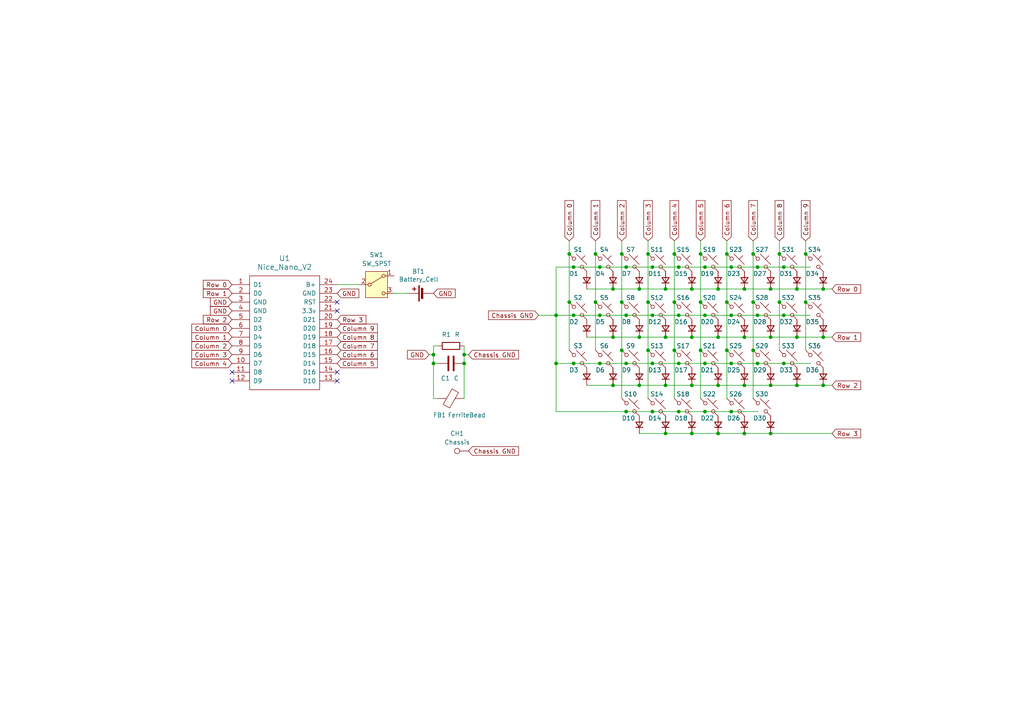
<source format=kicad_sch>
(kicad_sch (version 20231120) (generator "eeschema") (generator_version "8.0")
  (paper "A4")
  (lib_symbols
    (symbol "Connector:TestPoint" (pin_numbers hide) (pin_names (offset 0.762) hide)
      (property "Reference" "TP" (at 0 6.858 0))
      (property "Value" "TestPoint" (at 0 5.08 0))
      (symbol "TestPoint_0_1"
        (circle (center 0 3.302) (radius 0.762))
      )
      (symbol "TestPoint_1_1"
        (pin passive line (at 0 0 90) (length 2.54) (name "1") (number "1"))
      )
    )
    (symbol "Custom:Placeholder_Keyswitch_with_Ground" (pin_numbers hide) (pin_names (offset 1.016) hide)
      (property "Reference" "S" (at 3.048 1.016 0))
      (property "Value" "Keyswitch" (at 0 -3.81 0))
      (symbol "Placeholder_Keyswitch_with_Ground_0_1"
        (circle (center -1.1684 1.1684) (radius 0.508))
        (polyline (pts (xy -0.508 2.54) (xy 2.54 -0.508)))
        (polyline (pts (xy 1.016 1.016) (xy 2.032 2.032)))
        (polyline (pts (xy -2.54 2.54) (xy -1.524 1.524) (xy -1.524 1.524)))
        (polyline (pts (xy 1.524 -1.524) (xy 2.54 -2.54) (xy 2.54 -2.54) (xy 2.54 -2.54)))
        (circle (center 1.143 -1.1938) (radius 0.508))
        (pin passive line (at 2.54 -2.54 180) (length 0) (name "2") (number "2"))
      )
      (symbol "Placeholder_Keyswitch_with_Ground_1_1"
        (pin passive line (at -2.54 2.54 0) (length 0) (name "1") (number "1"))
        (pin passive line (at -1.27 -1.27 0) (length 0) (name "GND") (number "3"))
      )
    )
    (symbol "Device:Battery_Cell" (pin_numbers hide) (pin_names (offset 0) hide)
      (property "Reference" "BT" (at 2.54 2.54 0))
      (property "Value" "Battery_Cell" (at 2.54 0 0))
      (symbol "Battery_Cell_0_1"
        (rectangle (start -2.286 1.778) (end 2.286 1.524) (fill (type outline)))
        (rectangle (start -1.524 1.016) (end 1.524 0.508) (fill (type outline)))
        (polyline (pts (xy 0 0.762) (xy 0 0)))
        (polyline (pts (xy 0 1.778) (xy 0 2.54)))
        (polyline (pts (xy 0.762 3.048) (xy 1.778 3.048)) (stroke (width 0.254)))
        (polyline (pts (xy 1.27 3.556) (xy 1.27 2.54)) (stroke (width 0.254)))
      )
      (symbol "Battery_Cell_1_1"
        (pin passive line (at 0 5.08 270) (length 2.54) (name "+") (number "1"))
        (pin passive line (at 0 -2.54 90) (length 2.54) (name "-") (number "2"))
      )
    )
    (symbol "Device:C" (pin_numbers hide) (pin_names (offset 0.254))
      (property "Reference" "C" (at 0.635 2.54 0))
      (property "Value" "C" (at 0.635 -2.54 0))
      (symbol "C_0_1"
        (polyline (pts (xy -2.032 -0.762) (xy 2.032 -0.762)) (stroke (width 0.508)))
        (polyline (pts (xy -2.032 0.762) (xy 2.032 0.762)) (stroke (width 0.508)))
      )
      (symbol "C_1_1"
        (pin passive line (at 0 3.81 270) (length 2.794) (name "~") (number "1"))
        (pin passive line (at 0 -3.81 90) (length 2.794) (name "~") (number "2"))
      )
    )
    (symbol "Device:D_Small" (pin_numbers hide) (pin_names (offset 0.254) hide)
      (property "Reference" "D" (at -1.27 2.032 0))
      (property "Value" "D_Small" (at -3.81 -2.032 0))
      (symbol "D_Small_0_1"
        (polyline (pts (xy -0.762 -1.016) (xy -0.762 1.016)) (stroke (width 0.254)))
        (polyline (pts (xy -0.762 0) (xy 0.762 0)))
        (polyline (pts (xy 0.762 -1.016) (xy -0.762 0) (xy 0.762 1.016) (xy 0.762 -1.016)) (stroke (width 0.254)))
      )
      (symbol "D_Small_1_1"
        (pin passive line (at -2.54 0 0) (length 1.778) (name "K") (number "1"))
        (pin passive line (at 2.54 0 180) (length 1.778) (name "A") (number "2"))
      )
    )
    (symbol "Device:FerriteBead" (pin_numbers hide) (pin_names (offset 0))
      (property "Reference" "FB" (at -3.81 0.635 90))
      (property "Value" "FerriteBead" (at 3.81 0 90))
      (symbol "FerriteBead_0_1"
        (polyline (pts (xy 0 -1.27) (xy 0 -1.2192)))
        (polyline (pts (xy 0 1.27) (xy 0 1.2954)))
        (polyline (pts (xy -2.7686 0.4064) (xy -1.7018 2.2606) (xy 2.7686 -0.3048) (xy 1.6764 -2.159) (xy -2.7686 0.4064)))
      )
      (symbol "FerriteBead_1_1"
        (pin passive line (at 0 3.81 270) (length 2.54) (name "~") (number "1"))
        (pin passive line (at 0 -3.81 90) (length 2.54) (name "~") (number "2"))
      )
    )
    (symbol "Device:R" (pin_numbers hide) (pin_names (offset 0))
      (property "Reference" "R" (at 2.032 0 90))
      (property "Value" "R" (at 0 0 90))
      (symbol "R_0_1"
        (rectangle (start -1.016 -2.54) (end 1.016 2.54) (stroke (width 0.254)))
      )
      (symbol "R_1_1"
        (pin passive line (at 0 3.81 270) (length 1.27) (name "~") (number "1"))
        (pin passive line (at 0 -3.81 90) (length 1.27) (name "~") (number "2"))
      )
    )
    (symbol "ScottoKeebs:MCU_Nice_Nano_V2" (pin_names (offset 1.016))
      (property "Reference" "U" (at 0 0 0))
      (property "Value" "Nice_Nano_V2" (at 0 -19.05 0))
      (symbol "MCU_Nice_Nano_V2_0_1"
        (rectangle (start -10.16 16.51) (end 10.16 -16.51))
      )
      (symbol "MCU_Nice_Nano_V2_1_1"
        (pin input line (at -15.24 13.97 0) (length 5.08) (name "D1") (number "1"))
        (pin input line (at -15.24 -8.89 0) (length 5.08) (name "D7") (number "10"))
        (pin input line (at -15.24 -11.43 0) (length 5.08) (name "D8") (number "11"))
        (pin input line (at -15.24 -13.97 0) (length 5.08) (name "D9") (number "12"))
        (pin input line (at 15.24 -13.97 180) (length 5.08) (name "D10") (number "13"))
        (pin input line (at 15.24 -11.43 180) (length 5.08) (name "D16") (number "14"))
        (pin input line (at 15.24 -8.89 180) (length 5.08) (name "D14") (number "15"))
        (pin input line (at 15.24 -6.35 180) (length 5.08) (name "D15") (number "16"))
        (pin input line (at 15.24 -3.81 180) (length 5.08) (name "D18") (number "17"))
        (pin input line (at 15.24 -1.27 180) (length 5.08) (name "D19") (number "18"))
        (pin input line (at 15.24 1.27 180) (length 5.08) (name "D20") (number "19"))
        (pin input line (at -15.24 11.43 0) (length 5.08) (name "D0") (number "2"))
        (pin input line (at 15.24 3.81 180) (length 5.08) (name "D21") (number "20"))
        (pin input line (at 15.24 6.35 180) (length 5.08) (name "3.3v") (number "21"))
        (pin input line (at 15.24 8.89 180) (length 5.08) (name "RST") (number "22"))
        (pin input line (at 15.24 11.43 180) (length 5.08) (name "GND") (number "23"))
        (pin input line (at 15.24 13.97 180) (length 5.08) (name "B+") (number "24"))
        (pin input line (at -15.24 8.89 0) (length 5.08) (name "GND") (number "3"))
        (pin input line (at -15.24 6.35 0) (length 5.08) (name "GND") (number "4"))
        (pin input line (at -15.24 3.81 0) (length 5.08) (name "D2") (number "5"))
        (pin input line (at -15.24 1.27 0) (length 5.08) (name "D3") (number "6"))
        (pin input line (at -15.24 -1.27 0) (length 5.08) (name "D4") (number "7"))
        (pin input line (at -15.24 -3.81 0) (length 5.08) (name "D5") (number "8"))
        (pin input line (at -15.24 -6.35 0) (length 5.08) (name "D6") (number "9"))
      )
    )
    (symbol "Switch:SW_SPDT" (pin_names (offset 0) hide)
      (property "Reference" "SW" (at 0 5.08 0))
      (property "Value" "SW_SPDT" (at 0 -5.08 0))
      (symbol "SW_SPDT_0_1"
        (circle (center -2.032 0) (radius 0.4572))
        (polyline (pts (xy -1.651 0.254) (xy 1.651 2.286)))
        (circle (center 2.032 -2.54) (radius 0.4572))
        (circle (center 2.032 2.54) (radius 0.4572))
      )
      (symbol "SW_SPDT_1_1"
        (rectangle (start -3.175 3.81) (end 3.175 -3.81) (fill (type background)))
        (pin passive line (at 5.08 2.54 180) (length 2.54) (name "A") (number "1"))
        (pin passive line (at -5.08 0 0) (length 2.54) (name "B") (number "2"))
        (pin passive line (at 5.08 -2.54 180) (length 2.54) (name "C") (number "3"))
      )
    )
  )
  (junction (at 223.52 83.82))
  (junction (at 238.76 83.82))
  (junction (at 218.44 87.63))
  (junction (at 189.23 77.47))
  (junction (at 180.34 87.63))
  (junction (at 215.9 97.79))
  (junction (at 200.66 97.79))
  (junction (at 177.8 97.79))
  (junction (at 200.66 111.76))
  (junction (at 134.62 105.41))
  (junction (at 238.76 111.76))
  (junction (at 181.61 77.47))
  (junction (at 215.9 125.73))
  (junction (at 172.72 87.63))
  (junction (at 208.28 125.73))
  (junction (at 181.61 105.41))
  (junction (at 215.9 83.82))
  (junction (at 193.04 83.82))
  (junction (at 238.76 97.79))
  (junction (at 219.71 105.41))
  (junction (at 195.58 73.66))
  (junction (at 208.28 97.79))
  (junction (at 212.09 105.41))
  (junction (at 196.85 119.38))
  (junction (at 187.96 101.6))
  (junction (at 219.71 91.44))
  (junction (at 193.04 97.79))
  (junction (at 189.23 119.38))
  (junction (at 231.14 97.79))
  (junction (at 227.33 77.47))
  (junction (at 215.9 111.76))
  (junction (at 189.23 105.41))
  (junction (at 203.2 87.63))
  (junction (at 204.47 105.41))
  (junction (at 227.33 91.44))
  (junction (at 172.72 73.66))
  (junction (at 219.71 77.47))
  (junction (at 173.99 77.47))
  (junction (at 196.85 77.47))
  (junction (at 161.29 105.41))
  (junction (at 185.42 83.82))
  (junction (at 218.44 101.6))
  (junction (at 193.04 111.76))
  (junction (at 231.14 111.76))
  (junction (at 165.1 73.66))
  (junction (at 208.28 83.82))
  (junction (at 233.68 73.66))
  (junction (at 223.52 97.79))
  (junction (at 161.29 91.44))
  (junction (at 185.42 111.76))
  (junction (at 195.58 101.6))
  (junction (at 165.1 87.63))
  (junction (at 166.37 91.44))
  (junction (at 200.66 83.82))
  (junction (at 226.06 73.66))
  (junction (at 212.09 119.38))
  (junction (at 180.34 73.66))
  (junction (at 204.47 119.38))
  (junction (at 212.09 91.44))
  (junction (at 187.96 87.63))
  (junction (at 210.82 73.66))
  (junction (at 227.33 105.41))
  (junction (at 204.47 91.44))
  (junction (at 185.42 97.79))
  (junction (at 203.2 73.66))
  (junction (at 189.23 91.44))
  (junction (at 134.62 102.87))
  (junction (at 125.73 105.41))
  (junction (at 180.34 101.6))
  (junction (at 210.82 101.6))
  (junction (at 203.2 101.6))
  (junction (at 177.8 83.82))
  (junction (at 226.06 87.63))
  (junction (at 181.61 91.44))
  (junction (at 233.68 87.63))
  (junction (at 231.14 83.82))
  (junction (at 210.82 87.63))
  (junction (at 173.99 91.44))
  (junction (at 196.85 105.41))
  (junction (at 200.66 125.73))
  (junction (at 125.73 102.87))
  (junction (at 193.04 125.73))
  (junction (at 208.28 111.76))
  (junction (at 173.99 105.41))
  (junction (at 223.52 111.76))
  (junction (at 212.09 77.47))
  (junction (at 218.44 73.66))
  (junction (at 166.37 77.47))
  (junction (at 187.96 73.66))
  (junction (at 204.47 77.47))
  (junction (at 181.61 119.38))
  (junction (at 166.37 105.41))
  (junction (at 177.8 111.76))
  (junction (at 195.58 87.63))
  (junction (at 196.85 91.44))
  (junction (at 223.52 125.73))
  (no_connect (at 97.79 107.95))
  (no_connect (at 67.31 110.49))
  (no_connect (at 67.31 107.95))
  (no_connect (at 97.79 90.17))
  (no_connect (at 97.79 110.49))
  (no_connect (at 97.79 87.63))
  (wire (pts (xy 173.99 105.41) (xy 181.61 105.41)))
  (wire (pts (xy 134.62 105.41) (xy 134.62 115.57)))
  (wire (pts (xy 203.2 73.66) (xy 203.2 87.63)))
  (wire (pts (xy 125.73 100.33) (xy 127 100.33)))
  (wire (pts (xy 204.47 105.41) (xy 212.09 105.41)))
  (wire (pts (xy 210.82 101.6) (xy 210.82 115.57)))
  (wire (pts (xy 215.9 97.79) (xy 223.52 97.79)))
  (wire (pts (xy 185.42 125.73) (xy 193.04 125.73)))
  (wire (pts (xy 189.23 105.41) (xy 196.85 105.41)))
  (wire (pts (xy 114.3 85.09) (xy 118.11 85.09)))
  (wire (pts (xy 166.37 77.47) (xy 161.29 77.47)))
  (wire (pts (xy 156.21 91.44) (xy 161.29 91.44)))
  (wire (pts (xy 212.09 119.38) (xy 219.71 119.38)))
  (wire (pts (xy 170.18 111.76) (xy 177.8 111.76)))
  (wire (pts (xy 161.29 105.41) (xy 166.37 105.41)))
  (wire (pts (xy 219.71 77.47) (xy 227.33 77.47)))
  (wire (pts (xy 134.62 100.33) (xy 134.62 102.87)))
  (wire (pts (xy 173.99 77.47) (xy 181.61 77.47)))
  (wire (pts (xy 223.52 97.79) (xy 231.14 97.79)))
  (wire (pts (xy 189.23 91.44) (xy 196.85 91.44)))
  (wire (pts (xy 195.58 69.85) (xy 195.58 73.66)))
  (wire (pts (xy 208.28 83.82) (xy 215.9 83.82)))
  (wire (pts (xy 226.06 69.85) (xy 226.06 73.66)))
  (wire (pts (xy 165.1 69.85) (xy 165.1 73.66)))
  (wire (pts (xy 204.47 119.38) (xy 212.09 119.38)))
  (wire (pts (xy 125.73 115.57) (xy 127 115.57)))
  (wire (pts (xy 165.1 87.63) (xy 165.1 101.6)))
  (wire (pts (xy 177.8 97.79) (xy 185.42 97.79)))
  (wire (pts (xy 193.04 125.73) (xy 200.66 125.73)))
  (wire (pts (xy 231.14 97.79) (xy 238.76 97.79)))
  (wire (pts (xy 226.06 87.63) (xy 226.06 101.6)))
  (wire (pts (xy 215.9 111.76) (xy 223.52 111.76)))
  (wire (pts (xy 219.71 105.41) (xy 227.33 105.41)))
  (wire (pts (xy 166.37 91.44) (xy 173.99 91.44)))
  (wire (pts (xy 200.66 97.79) (xy 208.28 97.79)))
  (wire (pts (xy 189.23 119.38) (xy 196.85 119.38)))
  (wire (pts (xy 161.29 77.47) (xy 161.29 91.44)))
  (wire (pts (xy 223.52 83.82) (xy 231.14 83.82)))
  (wire (pts (xy 227.33 105.41) (xy 234.95 105.41)))
  (wire (pts (xy 125.73 105.41) (xy 125.73 115.57)))
  (wire (pts (xy 196.85 119.38) (xy 204.47 119.38)))
  (wire (pts (xy 180.34 101.6) (xy 180.34 115.57)))
  (wire (pts (xy 227.33 91.44) (xy 234.95 91.44)))
  (wire (pts (xy 177.8 111.76) (xy 185.42 111.76)))
  (wire (pts (xy 185.42 111.76) (xy 193.04 111.76)))
  (wire (pts (xy 181.61 119.38) (xy 161.29 119.38)))
  (wire (pts (xy 173.99 91.44) (xy 181.61 91.44)))
  (wire (pts (xy 180.34 69.85) (xy 180.34 73.66)))
  (wire (pts (xy 226.06 73.66) (xy 226.06 87.63)))
  (wire (pts (xy 170.18 97.79) (xy 177.8 97.79)))
  (wire (pts (xy 161.29 91.44) (xy 166.37 91.44)))
  (wire (pts (xy 231.14 83.82) (xy 238.76 83.82)))
  (wire (pts (xy 165.1 73.66) (xy 165.1 87.63)))
  (wire (pts (xy 166.37 77.47) (xy 173.99 77.47)))
  (wire (pts (xy 196.85 105.41) (xy 204.47 105.41)))
  (wire (pts (xy 193.04 111.76) (xy 200.66 111.76)))
  (wire (pts (xy 181.61 91.44) (xy 189.23 91.44)))
  (wire (pts (xy 195.58 73.66) (xy 195.58 87.63)))
  (wire (pts (xy 181.61 119.38) (xy 189.23 119.38)))
  (wire (pts (xy 180.34 73.66) (xy 180.34 87.63)))
  (wire (pts (xy 204.47 77.47) (xy 212.09 77.47)))
  (wire (pts (xy 218.44 101.6) (xy 218.44 115.57)))
  (wire (pts (xy 210.82 69.85) (xy 210.82 73.66)))
  (wire (pts (xy 219.71 91.44) (xy 227.33 91.44)))
  (wire (pts (xy 193.04 97.79) (xy 200.66 97.79)))
  (wire (pts (xy 210.82 73.66) (xy 210.82 87.63)))
  (wire (pts (xy 203.2 101.6) (xy 203.2 115.57)))
  (wire (pts (xy 185.42 97.79) (xy 193.04 97.79)))
  (wire (pts (xy 134.62 102.87) (xy 134.62 105.41)))
  (wire (pts (xy 170.18 83.82) (xy 177.8 83.82)))
  (wire (pts (xy 166.37 105.41) (xy 173.99 105.41)))
  (wire (pts (xy 196.85 91.44) (xy 204.47 91.44)))
  (wire (pts (xy 203.2 87.63) (xy 203.2 101.6)))
  (wire (pts (xy 124.46 102.87) (xy 125.73 102.87)))
  (wire (pts (xy 223.52 111.76) (xy 231.14 111.76)))
  (wire (pts (xy 196.85 77.47) (xy 204.47 77.47)))
  (wire (pts (xy 218.44 73.66) (xy 218.44 87.63)))
  (wire (pts (xy 181.61 105.41) (xy 189.23 105.41)))
  (wire (pts (xy 215.9 83.82) (xy 223.52 83.82)))
  (wire (pts (xy 227.33 77.47) (xy 234.95 77.47)))
  (wire (pts (xy 195.58 87.63) (xy 195.58 101.6)))
  (wire (pts (xy 172.72 73.66) (xy 172.72 87.63)))
  (wire (pts (xy 172.72 87.63) (xy 172.72 101.6)))
  (wire (pts (xy 125.73 105.41) (xy 127 105.41)))
  (wire (pts (xy 125.73 102.87) (xy 125.73 100.33)))
  (wire (pts (xy 212.09 105.41) (xy 219.71 105.41)))
  (wire (pts (xy 210.82 87.63) (xy 210.82 101.6)))
  (wire (pts (xy 200.66 125.73) (xy 208.28 125.73)))
  (wire (pts (xy 104.14 82.55) (xy 97.79 82.55)))
  (wire (pts (xy 200.66 111.76) (xy 208.28 111.76)))
  (wire (pts (xy 189.23 77.47) (xy 196.85 77.47)))
  (wire (pts (xy 204.47 91.44) (xy 212.09 91.44)))
  (wire (pts (xy 161.29 91.44) (xy 161.29 105.41)))
  (wire (pts (xy 231.14 111.76) (xy 238.76 111.76)))
  (wire (pts (xy 181.61 77.47) (xy 189.23 77.47)))
  (wire (pts (xy 215.9 125.73) (xy 223.52 125.73)))
  (wire (pts (xy 195.58 101.6) (xy 195.58 115.57)))
  (wire (pts (xy 212.09 91.44) (xy 219.71 91.44)))
  (wire (pts (xy 187.96 69.85) (xy 187.96 73.66)))
  (wire (pts (xy 180.34 87.63) (xy 180.34 101.6)))
  (wire (pts (xy 187.96 101.6) (xy 187.96 115.57)))
  (wire (pts (xy 218.44 69.85) (xy 218.44 73.66)))
  (wire (pts (xy 208.28 125.73) (xy 215.9 125.73)))
  (wire (pts (xy 212.09 77.47) (xy 219.71 77.47)))
  (wire (pts (xy 233.68 69.85) (xy 233.68 73.66)))
  (wire (pts (xy 223.52 125.73) (xy 241.3 125.73)))
  (wire (pts (xy 193.04 83.82) (xy 200.66 83.82)))
  (wire (pts (xy 185.42 83.82) (xy 193.04 83.82)))
  (wire (pts (xy 238.76 83.82) (xy 241.3 83.82)))
  (wire (pts (xy 238.76 111.76) (xy 241.3 111.76)))
  (wire (pts (xy 161.29 119.38) (xy 161.29 105.41)))
  (wire (pts (xy 177.8 83.82) (xy 185.42 83.82)))
  (wire (pts (xy 200.66 83.82) (xy 208.28 83.82)))
  (wire (pts (xy 218.44 87.63) (xy 218.44 101.6)))
  (wire (pts (xy 187.96 87.63) (xy 187.96 101.6)))
  (wire (pts (xy 233.68 87.63) (xy 233.68 101.6)))
  (wire (pts (xy 208.28 111.76) (xy 215.9 111.76)))
  (wire (pts (xy 238.76 97.79) (xy 241.3 97.79)))
  (wire (pts (xy 135.89 102.87) (xy 134.62 102.87)))
  (wire (pts (xy 203.2 69.85) (xy 203.2 73.66)))
  (wire (pts (xy 187.96 73.66) (xy 187.96 87.63)))
  (wire (pts (xy 208.28 97.79) (xy 215.9 97.79)))
  (wire (pts (xy 233.68 73.66) (xy 233.68 87.63)))
  (wire (pts (xy 172.72 69.85) (xy 172.72 73.66)))
  (wire (pts (xy 125.73 105.41) (xy 125.73 102.87)))
  (global_label "Chassis GND" (shape input) (at 135.89 102.87 0) (property "Intersheetrefs" "${INTERSHEET_REFS}" (effects (hide yes))))
  (global_label "Column 2" (shape input) (at 67.31 100.33 180) (property "Intersheetrefs" "${INTERSHEET_REFS}" (effects (hide yes))))
  (global_label "Chassis GND" (shape input) (at 135.89 130.81 0) (property "Intersheetrefs" "${INTERSHEET_REFS}" (effects (hide yes))))
  (global_label "Column 6" (shape input) (at 97.79 102.87 0) (property "Intersheetrefs" "${INTERSHEET_REFS}" (effects (hide yes))))
  (global_label "Row 3" (shape input) (at 97.79 92.71 0) (property "Intersheetrefs" "${INTERSHEET_REFS}" (effects (hide yes))))
  (global_label "Column 5" (shape input) (at 203.2 69.85 90) (property "Intersheetrefs" "${INTERSHEET_REFS}" (effects (hide yes))))
  (global_label "Column 7" (shape input) (at 97.79 100.33 0) (property "Intersheetrefs" "${INTERSHEET_REFS}" (effects (hide yes))))
  (global_label "Column 1" (shape input) (at 67.31 97.79 180) (property "Intersheetrefs" "${INTERSHEET_REFS}" (effects (hide yes))))
  (global_label "Row 3" (shape input) (at 241.3 125.73 0) (property "Intersheetrefs" "${INTERSHEET_REFS}" (effects (hide yes))))
  (global_label "Column 6" (shape input) (at 210.82 69.85 90) (property "Intersheetrefs" "${INTERSHEET_REFS}" (effects (hide yes))))
  (global_label "Column 4" (shape input) (at 195.58 69.85 90) (property "Intersheetrefs" "${INTERSHEET_REFS}" (effects (hide yes))))
  (global_label "Column 0" (shape input) (at 67.31 95.25 180) (property "Intersheetrefs" "${INTERSHEET_REFS}" (effects (hide yes))))
  (global_label "GND" (shape input) (at 125.73 85.09 0) (property "Intersheetrefs" "${INTERSHEET_REFS}" (effects (hide yes))))
  (global_label "GND" (shape input) (at 124.46 102.87 180) (property "Intersheetrefs" "${INTERSHEET_REFS}" (effects (hide yes))))
  (global_label "Column 3" (shape input) (at 67.31 102.87 180) (property "Intersheetrefs" "${INTERSHEET_REFS}" (effects (hide yes))))
  (global_label "GND" (shape input) (at 67.31 87.63 180) (property "Intersheetrefs" "${INTERSHEET_REFS}" (effects (hide yes))))
  (global_label "Column 0" (shape input) (at 165.1 69.85 90) (property "Intersheetrefs" "${INTERSHEET_REFS}" (effects (hide yes))))
  (global_label "Column 9" (shape input) (at 97.79 95.25 0) (property "Intersheetrefs" "${INTERSHEET_REFS}" (effects (hide yes))))
  (global_label "GND" (shape input) (at 67.31 90.17 180) (property "Intersheetrefs" "${INTERSHEET_REFS}" (effects (hide yes))))
  (global_label "Column 2" (shape input) (at 180.34 69.85 90) (property "Intersheetrefs" "${INTERSHEET_REFS}" (effects (hide yes))))
  (global_label "GND" (shape input) (at 97.79 85.09 0) (property "Intersheetrefs" "${INTERSHEET_REFS}" (effects (hide yes))))
  (global_label "Chassis GND" (shape input) (at 156.21 91.44 180) (property "Intersheetrefs" "${INTERSHEET_REFS}" (effects (hide yes))))
  (global_label "Column 7" (shape input) (at 218.44 69.85 90) (property "Intersheetrefs" "${INTERSHEET_REFS}" (effects (hide yes))))
  (global_label "Row 2" (shape input) (at 241.3 111.76 0) (property "Intersheetrefs" "${INTERSHEET_REFS}" (effects (hide yes))))
  (global_label "Column 5" (shape input) (at 97.79 105.41 0) (property "Intersheetrefs" "${INTERSHEET_REFS}" (effects (hide yes))))
  (global_label "Column 9" (shape input) (at 233.68 69.85 90) (property "Intersheetrefs" "${INTERSHEET_REFS}" (effects (hide yes))))
  (global_label "Column 1" (shape input) (at 172.72 69.85 90) (property "Intersheetrefs" "${INTERSHEET_REFS}" (effects (hide yes))))
  (global_label "Row 2" (shape input) (at 67.31 92.71 180) (property "Intersheetrefs" "${INTERSHEET_REFS}" (effects (hide yes))))
  (global_label "Row 1" (shape input) (at 241.3 97.79 0) (property "Intersheetrefs" "${INTERSHEET_REFS}" (effects (hide yes))))
  (global_label "Column 8" (shape input) (at 226.06 69.85 90) (property "Intersheetrefs" "${INTERSHEET_REFS}" (effects (hide yes))))
  (global_label "Column 4" (shape input) (at 67.31 105.41 180) (property "Intersheetrefs" "${INTERSHEET_REFS}" (effects (hide yes))))
  (global_label "Column 3" (shape input) (at 187.96 69.85 90) (property "Intersheetrefs" "${INTERSHEET_REFS}" (effects (hide yes))))
  (global_label "Row 0" (shape input) (at 67.31 82.55 180) (property "Intersheetrefs" "${INTERSHEET_REFS}" (effects (hide yes))))
  (global_label "Row 0" (shape input) (at 241.3 83.82 0) (property "Intersheetrefs" "${INTERSHEET_REFS}" (effects (hide yes))))
  (global_label "Row 1" (shape input) (at 67.31 85.09 180) (property "Intersheetrefs" "${INTERSHEET_REFS}" (effects (hide yes))))
  (global_label "Column 8" (shape input) (at 97.79 97.79 0) (property "Intersheetrefs" "${INTERSHEET_REFS}" (effects (hide yes))))
  (symbol (lib_id "Device:D_Small") (at 231.14 95.25 90) (unit 1)
    (property "Reference" "D32" (at 226.06 93.345 90) (effects (justify right)))
    (property "Value" "1N4148WS" (effects (hide yes)))
    (property "Footprint" "SCOTTOKEEBS Components:Diode_SOD-123" (effects (hide yes)))
    (property "Sim.Device" "D" (effects (hide yes)))
    (property "Sim.Pins" "1=K 2=A" (effects (hide yes)))
    (property "LCSC" "C2128" (effects (hide yes)))
    (property "Man" "Jiangsu Changjing Electronics Technology Co., Ltd." (effects (hide yes)))
    (property "Man#" "1N4148WS" (effects (hide yes)))
  )
  (symbol (lib_id "Custom:Placeholder_Keyswitch_with_Ground") (at 198.12 104.14 0) (unit 1)
    (property "Reference" "S17" (at 198.12 100.33 0))
    (property "Value" "Keyswitch" (effects (hide yes)))
    (property "Footprint" "Custom:CPG1316S01D02_handsolder" (effects (hide yes)))
  )
  (symbol (lib_id "Device:D_Small") (at 185.42 123.19 90) (unit 1)
    (property "Reference" "D10" (at 180.34 121.285 90) (effects (justify right)))
    (property "Value" "1N4148WS" (effects (hide yes)))
    (property "Footprint" "SCOTTOKEEBS Components:Diode_SOD-123" (effects (hide yes)))
    (property "Sim.Device" "D" (effects (hide yes)))
    (property "Sim.Pins" "1=K 2=A" (effects (hide yes)))
    (property "LCSC" "C2128" (effects (hide yes)))
    (property "Man" "Jiangsu Changjing Electronics Technology Co., Ltd." (effects (hide yes)))
    (property "Man#" "1N4148WS" (effects (hide yes)))
  )
  (symbol (lib_id "Device:D_Small") (at 238.76 109.22 90) (unit 1)
    (property "Reference" "D36" (at 233.68 107.315 90) (effects (justify right)))
    (property "Value" "1N4148WS" (effects (hide yes)))
    (property "Footprint" "SCOTTOKEEBS Components:Diode_SOD-123" (effects (hide yes)))
    (property "Sim.Device" "D" (effects (hide yes)))
    (property "Sim.Pins" "1=K 2=A" (effects (hide yes)))
    (property "LCSC" "C2128" (effects (hide yes)))
    (property "Man" "Jiangsu Changjing Electronics Technology Co., Ltd." (effects (hide yes)))
    (property "Man#" "1N4148WS" (effects (hide yes)))
  )
  (symbol (lib_id "Custom:Placeholder_Keyswitch_with_Ground") (at 228.6 104.14 0) (unit 1)
    (property "Reference" "S33" (at 228.6 100.33 0))
    (property "Value" "Keyswitch" (effects (hide yes)))
    (property "Footprint" "Custom:CPG1316S01D02_handsolder" (effects (hide yes)))
  )
  (symbol (lib_id "Custom:Placeholder_Keyswitch_with_Ground") (at 205.74 90.17 0) (unit 1)
    (property "Reference" "S20" (at 205.74 86.36 0))
    (property "Value" "Keyswitch" (effects (hide yes)))
    (property "Footprint" "Custom:CPG1316S01D02_handsolder" (effects (hide yes)))
  )
  (symbol (lib_id "Device:D_Small") (at 223.52 95.25 90) (unit 1)
    (property "Reference" "D28" (at 218.44 93.345 90) (effects (justify right)))
    (property "Value" "1N4148WS" (effects (hide yes)))
    (property "Footprint" "SCOTTOKEEBS Components:Diode_SOD-123" (effects (hide yes)))
    (property "Sim.Device" "D" (effects (hide yes)))
    (property "Sim.Pins" "1=K 2=A" (effects (hide yes)))
    (property "LCSC" "C2128" (effects (hide yes)))
    (property "Man" "Jiangsu Changjing Electronics Technology Co., Ltd." (effects (hide yes)))
    (property "Man#" "1N4148WS" (effects (hide yes)))
  )
  (symbol (lib_id "Custom:Placeholder_Keyswitch_with_Ground") (at 167.64 104.14 0) (unit 1)
    (property "Reference" "S3" (at 167.64 100.33 0))
    (property "Value" "Keyswitch" (effects (hide yes)))
    (property "Footprint" "Custom:CPG1316S01D02_handsolder" (effects (hide yes)))
  )
  (symbol (lib_id "Device:D_Small") (at 185.42 109.22 90) (unit 1)
    (property "Reference" "D9" (at 180.34 107.315 90) (effects (justify right)))
    (property "Value" "1N4148WS" (effects (hide yes)))
    (property "Footprint" "SCOTTOKEEBS Components:Diode_SOD-123" (effects (hide yes)))
    (property "Sim.Device" "D" (effects (hide yes)))
    (property "Sim.Pins" "1=K 2=A" (effects (hide yes)))
    (property "LCSC" "C2128" (effects (hide yes)))
    (property "Man" "Jiangsu Changjing Electronics Technology Co., Ltd." (effects (hide yes)))
    (property "Man#" "1N4148WS" (effects (hide yes)))
  )
  (symbol (lib_id "Device:D_Small") (at 208.28 81.28 90) (unit 1)
    (property "Reference" "D19" (at 203.2 79.375 90) (effects (justify right)))
    (property "Value" "1N4148WS" (effects (hide yes)))
    (property "Footprint" "SCOTTOKEEBS Components:Diode_SOD-123" (effects (hide yes)))
    (property "Sim.Device" "D" (effects (hide yes)))
    (property "Sim.Pins" "1=K 2=A" (effects (hide yes)))
    (property "LCSC" "C2128" (effects (hide yes)))
    (property "Man" "Jiangsu Changjing Electronics Technology Co., Ltd." (effects (hide yes)))
    (property "Man#" "1N4148WS" (effects (hide yes)))
  )
  (symbol (lib_id "Custom:Placeholder_Keyswitch_with_Ground") (at 167.64 90.17 0) (unit 1)
    (property "Reference" "S2" (at 167.64 86.36 0))
    (property "Value" "Keyswitch" (effects (hide yes)))
    (property "Footprint" "Custom:CPG1316S01D02_handsolder" (effects (hide yes)))
  )
  (symbol (lib_id "Custom:Placeholder_Keyswitch_with_Ground") (at 205.74 104.14 0) (unit 1)
    (property "Reference" "S21" (at 205.74 100.33 0))
    (property "Value" "Keyswitch" (effects (hide yes)))
    (property "Footprint" "Custom:CPG1316S01D02_handsolder" (effects (hide yes)))
  )
  (symbol (lib_id "Device:D_Small") (at 231.14 81.28 90) (unit 1)
    (property "Reference" "D31" (at 226.06 79.375 90) (effects (justify right)))
    (property "Value" "1N4148WS" (effects (hide yes)))
    (property "Footprint" "SCOTTOKEEBS Components:Diode_SOD-123" (effects (hide yes)))
    (property "Sim.Device" "D" (effects (hide yes)))
    (property "Sim.Pins" "1=K 2=A" (effects (hide yes)))
    (property "LCSC" "C2128" (effects (hide yes)))
    (property "Man" "Jiangsu Changjing Electronics Technology Co., Ltd." (effects (hide yes)))
    (property "Man#" "1N4148WS" (effects (hide yes)))
  )
  (symbol (lib_id "Device:D_Small") (at 215.9 109.22 90) (unit 1)
    (property "Reference" "D25" (at 210.82 107.315 90) (effects (justify right)))
    (property "Value" "1N4148WS" (effects (hide yes)))
    (property "Footprint" "SCOTTOKEEBS Components:Diode_SOD-123" (effects (hide yes)))
    (property "Sim.Device" "D" (effects (hide yes)))
    (property "Sim.Pins" "1=K 2=A" (effects (hide yes)))
    (property "LCSC" "C2128" (effects (hide yes)))
    (property "Man" "Jiangsu Changjing Electronics Technology Co., Ltd." (effects (hide yes)))
    (property "Man#" "1N4148WS" (effects (hide yes)))
  )
  (symbol (lib_id "Device:D_Small") (at 223.52 81.28 90) (unit 1)
    (property "Reference" "D27" (at 218.44 79.375 90) (effects (justify right)))
    (property "Value" "1N4148WS" (effects (hide yes)))
    (property "Footprint" "SCOTTOKEEBS Components:Diode_SOD-123" (effects (hide yes)))
    (property "Sim.Device" "D" (effects (hide yes)))
    (property "Sim.Pins" "1=K 2=A" (effects (hide yes)))
    (property "LCSC" "C2128" (effects (hide yes)))
    (property "Man" "Jiangsu Changjing Electronics Technology Co., Ltd." (effects (hide yes)))
    (property "Man#" "1N4148WS" (effects (hide yes)))
  )
  (symbol (lib_id "Custom:Placeholder_Keyswitch_with_Ground") (at 228.6 76.2 0) (unit 1)
    (property "Reference" "S31" (at 228.6 72.39 0))
    (property "Value" "Keyswitch" (effects (hide yes)))
    (property "Footprint" "Custom:CPG1316S01D02_handsolder" (effects (hide yes)))
  )
  (symbol (lib_id "Device:D_Small") (at 193.04 81.28 90) (unit 1)
    (property "Reference" "D11" (at 187.96 79.375 90) (effects (justify right)))
    (property "Value" "1N4148WS" (effects (hide yes)))
    (property "Footprint" "SCOTTOKEEBS Components:Diode_SOD-123" (effects (hide yes)))
    (property "Sim.Device" "D" (effects (hide yes)))
    (property "Sim.Pins" "1=K 2=A" (effects (hide yes)))
    (property "LCSC" "C2128" (effects (hide yes)))
    (property "Man" "Jiangsu Changjing Electronics Technology Co., Ltd." (effects (hide yes)))
    (property "Man#" "1N4148WS" (effects (hide yes)))
  )
  (symbol (lib_id "Device:D_Small") (at 170.18 95.25 90) (unit 1)
    (property "Reference" "D2" (at 165.1 93.345 90) (effects (justify right)))
    (property "Value" "1N4148WS" (effects (hide yes)))
    (property "Footprint" "SCOTTOKEEBS Components:Diode_SOD-123" (effects (hide yes)))
    (property "Sim.Device" "D" (effects (hide yes)))
    (property "Sim.Pins" "1=K 2=A" (effects (hide yes)))
    (property "LCSC" "C2128" (effects (hide yes)))
    (property "Man" "Jiangsu Changjing Electronics Technology Co., Ltd." (effects (hide yes)))
    (property "Man#" "1N4148WS" (effects (hide yes)))
  )
  (symbol (lib_id "Custom:Placeholder_Keyswitch_with_Ground") (at 213.36 118.11 0) (unit 1)
    (property "Reference" "S26" (at 213.36 114.3 0))
    (property "Value" "Keyswitch" (effects (hide yes)))
    (property "Footprint" "Custom:CPG1316S01D02_handsolder" (effects (hide yes)))
  )
  (symbol (lib_id "Custom:Placeholder_Keyswitch_with_Ground") (at 236.22 104.14 0) (unit 1)
    (property "Reference" "S36" (at 236.22 100.33 0))
    (property "Value" "Keyswitch" (effects (hide yes)))
    (property "Footprint" "Custom:CPG1316S01D02_handsolder" (effects (hide yes)))
  )
  (symbol (lib_id "Custom:Placeholder_Keyswitch_with_Ground") (at 213.36 104.14 0) (unit 1)
    (property "Reference" "S25" (at 213.36 100.33 0))
    (property "Value" "Keyswitch" (effects (hide yes)))
    (property "Footprint" "Custom:CPG1316S01D02_handsolder" (effects (hide yes)))
  )
  (symbol (lib_id "Device:D_Small") (at 215.9 81.28 90) (unit 1)
    (property "Reference" "D23" (at 210.82 79.375 90) (effects (justify right)))
    (property "Value" "1N4148WS" (effects (hide yes)))
    (property "Footprint" "SCOTTOKEEBS Components:Diode_SOD-123" (effects (hide yes)))
    (property "Sim.Device" "D" (effects (hide yes)))
    (property "Sim.Pins" "1=K 2=A" (effects (hide yes)))
    (property "LCSC" "C2128" (effects (hide yes)))
    (property "Man" "Jiangsu Changjing Electronics Technology Co., Ltd." (effects (hide yes)))
    (property "Man#" "1N4148WS" (effects (hide yes)))
  )
  (symbol (lib_id "Custom:Placeholder_Keyswitch_with_Ground") (at 205.74 118.11 0) (unit 1)
    (property "Reference" "S22" (at 205.74 114.3 0))
    (property "Value" "Keyswitch" (effects (hide yes)))
    (property "Footprint" "Custom:CPG1316S01D02_handsolder" (effects (hide yes)))
  )
  (symbol (lib_id "Device:D_Small") (at 215.9 123.19 90) (unit 1)
    (property "Reference" "D26" (at 210.82 121.285 90) (effects (justify right)))
    (property "Value" "1N4148WS" (effects (hide yes)))
    (property "Footprint" "SCOTTOKEEBS Components:Diode_SOD-123" (effects (hide yes)))
    (property "Sim.Device" "D" (effects (hide yes)))
    (property "Sim.Pins" "1=K 2=A" (effects (hide yes)))
    (property "LCSC" "C2128" (effects (hide yes)))
    (property "Man" "Jiangsu Changjing Electronics Technology Co., Ltd." (effects (hide yes)))
    (property "Man#" "1N4148WS" (effects (hide yes)))
  )
  (symbol (lib_id "Device:D_Small") (at 185.42 81.28 90) (unit 1)
    (property "Reference" "D7" (at 180.34 79.375 90) (effects (justify right)))
    (property "Value" "1N4148WS" (effects (hide yes)))
    (property "Footprint" "SCOTTOKEEBS Components:Diode_SOD-123" (effects (hide yes)))
    (property "Sim.Device" "D" (effects (hide yes)))
    (property "Sim.Pins" "1=K 2=A" (effects (hide yes)))
    (property "LCSC" "C2128" (effects (hide yes)))
    (property "Man" "Jiangsu Changjing Electronics Technology Co., Ltd." (effects (hide yes)))
    (property "Man#" "1N4148WS" (effects (hide yes)))
  )
  (symbol (lib_id "Device:D_Small") (at 208.28 95.25 90) (unit 1)
    (property "Reference" "D20" (at 203.2 93.345 90) (effects (justify right)))
    (property "Value" "1N4148WS" (effects (hide yes)))
    (property "Footprint" "SCOTTOKEEBS Components:Diode_SOD-123" (effects (hide yes)))
    (property "Sim.Device" "D" (effects (hide yes)))
    (property "Sim.Pins" "1=K 2=A" (effects (hide yes)))
    (property "LCSC" "C2128" (effects (hide yes)))
    (property "Man" "Jiangsu Changjing Electronics Technology Co., Ltd." (effects (hide yes)))
    (property "Man#" "1N4148WS" (effects (hide yes)))
  )
  (symbol (lib_id "Custom:Placeholder_Keyswitch_with_Ground") (at 182.88 104.14 0) (unit 1)
    (property "Reference" "S9" (at 182.88 100.33 0))
    (property "Value" "Keyswitch" (effects (hide yes)))
    (property "Footprint" "Custom:CPG1316S01D02_handsolder" (effects (hide yes)))
  )
  (symbol (lib_id "Device:D_Small") (at 231.14 109.22 90) (unit 1)
    (property "Reference" "D33" (at 226.06 107.315 90) (effects (justify right)))
    (property "Value" "1N4148WS" (effects (hide yes)))
    (property "Footprint" "SCOTTOKEEBS Components:Diode_SOD-123" (effects (hide yes)))
    (property "Sim.Device" "D" (effects (hide yes)))
    (property "Sim.Pins" "1=K 2=A" (effects (hide yes)))
    (property "LCSC" "C2128" (effects (hide yes)))
    (property "Man" "Jiangsu Changjing Electronics Technology Co., Ltd." (effects (hide yes)))
    (property "Man#" "1N4148WS" (effects (hide yes)))
  )
  (symbol (lib_id "Device:D_Small") (at 200.66 81.28 90) (unit 1)
    (property "Reference" "D15" (at 195.58 79.375 90) (effects (justify right)))
    (property "Value" "1N4148WS" (effects (hide yes)))
    (property "Footprint" "SCOTTOKEEBS Components:Diode_SOD-123" (effects (hide yes)))
    (property "Sim.Device" "D" (effects (hide yes)))
    (property "Sim.Pins" "1=K 2=A" (effects (hide yes)))
    (property "LCSC" "C2128" (effects (hide yes)))
    (property "Man" "Jiangsu Changjing Electronics Technology Co., Ltd." (effects (hide yes)))
    (property "Man#" "1N4148WS" (effects (hide yes)))
  )
  (symbol (lib_id "Custom:Placeholder_Keyswitch_with_Ground") (at 213.36 90.17 0) (unit 1)
    (property "Reference" "S24" (at 213.36 86.36 0))
    (property "Value" "Keyswitch" (effects (hide yes)))
    (property "Footprint" "Custom:CPG1316S01D02_handsolder" (effects (hide yes)))
  )
  (symbol (lib_id "Custom:Placeholder_Keyswitch_with_Ground") (at 190.5 90.17 0) (unit 1)
    (property "Reference" "S12" (at 190.5 86.36 0))
    (property "Value" "Keyswitch" (effects (hide yes)))
    (property "Footprint" "Custom:CPG1316S01D02_handsolder" (effects (hide yes)))
  )
  (symbol (lib_id "Device:D_Small") (at 193.04 95.25 90) (unit 1)
    (property "Reference" "D12" (at 187.96 93.345 90) (effects (justify right)))
    (property "Value" "1N4148WS" (effects (hide yes)))
    (property "Footprint" "SCOTTOKEEBS Components:Diode_SOD-123" (effects (hide yes)))
    (property "Sim.Device" "D" (effects (hide yes)))
    (property "Sim.Pins" "1=K 2=A" (effects (hide yes)))
    (property "LCSC" "C2128" (effects (hide yes)))
    (property "Man" "Jiangsu Changjing Electronics Technology Co., Ltd." (effects (hide yes)))
    (property "Man#" "1N4148WS" (effects (hide yes)))
  )
  (symbol (lib_id "Custom:Placeholder_Keyswitch_with_Ground") (at 182.88 76.2 0) (unit 1)
    (property "Reference" "S7" (at 182.88 72.39 0))
    (property "Value" "Keyswitch" (effects (hide yes)))
    (property "Footprint" "Custom:CPG1316S01D02_handsolder" (effects (hide yes)))
  )
  (symbol (lib_id "Custom:Placeholder_Keyswitch_with_Ground") (at 190.5 104.14 0) (unit 1)
    (property "Reference" "S13" (at 190.5 100.33 0))
    (property "Value" "Keyswitch" (effects (hide yes)))
    (property "Footprint" "Custom:CPG1316S01D02_handsolder" (effects (hide yes)))
  )
  (symbol (lib_id "Custom:Placeholder_Keyswitch_with_Ground") (at 220.98 76.2 0) (unit 1)
    (property "Reference" "S27" (at 220.98 72.39 0))
    (property "Value" "Keyswitch" (effects (hide yes)))
    (property "Footprint" "Custom:CPG1316S01D02_handsolder" (effects (hide yes)))
  )
  (symbol (lib_id "Custom:Placeholder_Keyswitch_with_Ground") (at 175.26 90.17 0) (unit 1)
    (property "Reference" "S5" (at 175.26 86.36 0))
    (property "Value" "Keyswitch" (effects (hide yes)))
    (property "Footprint" "Custom:CPG1316S01D02_handsolder" (effects (hide yes)))
  )
  (symbol (lib_id "Device:R") (at 130.81 100.33 90) (unit 1)
    (property "Reference" "R1" (at 130.81 97.028 90) (effects (justify left)))
    (property "Value" "R" (at 133.35 97.028 90) (effects (justify left)))
    (property "Footprint" "Resistor_SMD:R_0603_1608Metric" (effects (hide yes)))
    (property "Description" "Resistor" (effects (hide yes)))
  )
  (symbol (lib_id "Device:D_Small") (at 177.8 109.22 90) (unit 1)
    (property "Reference" "D6" (at 172.72 107.315 90) (effects (justify right)))
    (property "Value" "1N4148WS" (effects (hide yes)))
    (property "Footprint" "SCOTTOKEEBS Components:Diode_SOD-123" (effects (hide yes)))
    (property "Sim.Device" "D" (effects (hide yes)))
    (property "Sim.Pins" "1=K 2=A" (effects (hide yes)))
    (property "LCSC" "C2128" (effects (hide yes)))
    (property "Man" "Jiangsu Changjing Electronics Technology Co., Ltd." (effects (hide yes)))
    (property "Man#" "1N4148WS" (effects (hide yes)))
  )
  (symbol (lib_id "Device:D_Small") (at 223.52 123.19 90) (unit 1)
    (property "Reference" "D30" (at 218.44 121.285 90) (effects (justify right)))
    (property "Value" "1N4148WS" (effects (hide yes)))
    (property "Footprint" "SCOTTOKEEBS Components:Diode_SOD-123" (effects (hide yes)))
    (property "Sim.Device" "D" (effects (hide yes)))
    (property "Sim.Pins" "1=K 2=A" (effects (hide yes)))
    (property "LCSC" "C2128" (effects (hide yes)))
    (property "Man" "Jiangsu Changjing Electronics Technology Co., Ltd." (effects (hide yes)))
    (property "Man#" "1N4148WS" (effects (hide yes)))
  )
  (symbol (lib_id "Custom:Placeholder_Keyswitch_with_Ground") (at 190.5 76.2 0) (unit 1)
    (property "Reference" "S11" (at 190.5 72.39 0))
    (property "Value" "Keyswitch" (effects (hide yes)))
    (property "Footprint" "Custom:CPG1316S01D02_handsolder" (effects (hide yes)))
  )
  (symbol (lib_id "Custom:Placeholder_Keyswitch_with_Ground") (at 182.88 118.11 0) (unit 1)
    (property "Reference" "S10" (at 182.88 114.3 0))
    (property "Value" "Keyswitch" (effects (hide yes)))
    (property "Footprint" "Custom:CPG1316S01D02_handsolder" (effects (hide yes)))
  )
  (symbol (lib_id "Device:D_Small") (at 200.66 95.25 90) (unit 1)
    (property "Reference" "D16" (at 195.58 93.345 90) (effects (justify right)))
    (property "Value" "1N4148WS" (effects (hide yes)))
    (property "Footprint" "SCOTTOKEEBS Components:Diode_SOD-123" (effects (hide yes)))
    (property "Sim.Device" "D" (effects (hide yes)))
    (property "Sim.Pins" "1=K 2=A" (effects (hide yes)))
    (property "LCSC" "C2128" (effects (hide yes)))
    (property "Man" "Jiangsu Changjing Electronics Technology Co., Ltd." (effects (hide yes)))
    (property "Man#" "1N4148WS" (effects (hide yes)))
  )
  (symbol (lib_id "Connector:TestPoint") (at 135.89 130.81 90) (unit 1)
    (property "Reference" "CH1" (at 132.588 125.73 90))
    (property "Value" "Chassis" (at 132.588 128.27 90))
    (property "Footprint" "Custom:Chassis GND" (effects (hide yes)))
    (property "Description" "test point" (effects (hide yes)))
  )
  (symbol (lib_id "Device:FerriteBead") (at 130.81 115.57 90) (unit 1)
    (property "Reference" "FB1" (at 127.508 120.396 90))
    (property "Value" "FerriteBead" (at 135.382 120.396 90))
    (property "Footprint" "Inductor_SMD:L_0603_1608Metric" (effects (hide yes)))
    (property "Description" "Ferrite bead" (effects (hide yes)))
  )
  (symbol (lib_id "Device:D_Small") (at 170.18 109.22 90) (unit 1)
    (property "Reference" "D3" (at 165.1 107.315 90) (effects (justify right)))
    (property "Value" "1N4148WS" (effects (hide yes)))
    (property "Footprint" "SCOTTOKEEBS Components:Diode_SOD-123" (effects (hide yes)))
    (property "Sim.Device" "D" (effects (hide yes)))
    (property "Sim.Pins" "1=K 2=A" (effects (hide yes)))
    (property "LCSC" "C2128" (effects (hide yes)))
    (property "Man" "Jiangsu Changjing Electronics Technology Co., Ltd." (effects (hide yes)))
    (property "Man#" "1N4148WS" (effects (hide yes)))
  )
  (symbol (lib_id "Custom:Placeholder_Keyswitch_with_Ground") (at 198.12 76.2 0) (unit 1)
    (property "Reference" "S15" (at 198.12 72.39 0))
    (property "Value" "Keyswitch" (effects (hide yes)))
    (property "Footprint" "Custom:CPG1316S01D02_handsolder" (effects (hide yes)))
  )
  (symbol (lib_id "Custom:Placeholder_Keyswitch_with_Ground") (at 205.74 76.2 0) (unit 1)
    (property "Reference" "S19" (at 205.74 72.39 0))
    (property "Value" "Keyswitch" (effects (hide yes)))
    (property "Footprint" "Custom:CPG1316S01D02_handsolder" (effects (hide yes)))
  )
  (symbol (lib_id "Custom:Placeholder_Keyswitch_with_Ground") (at 236.22 76.2 0) (unit 1)
    (property "Reference" "S34" (at 236.22 72.39 0))
    (property "Value" "Keyswitch" (effects (hide yes)))
    (property "Footprint" "Custom:CPG1316S01D02_handsolder" (effects (hide yes)))
  )
  (symbol (lib_id "Custom:Placeholder_Keyswitch_with_Ground") (at 198.12 90.17 0) (unit 1)
    (property "Reference" "S16" (at 198.12 86.36 0))
    (property "Value" "Keyswitch" (effects (hide yes)))
    (property "Footprint" "Custom:CPG1316S01D02_handsolder" (effects (hide yes)))
  )
  (symbol (lib_id "Device:C") (at 130.81 105.41 90) (unit 1)
    (property "Reference" "C1" (at 130.556 109.728 90) (effects (justify left)))
    (property "Value" "C" (at 133.096 109.728 90) (effects (justify left)))
    (property "Footprint" "Capacitor_SMD:C_0603_1608Metric" (effects (hide yes)))
    (property "Description" "Unpolarized capacitor" (effects (hide yes)))
  )
  (symbol (lib_id "Device:Battery_Cell") (at 123.19 85.09 90) (unit 1)
    (property "Reference" "BT1" (at 123.19 78.74 90) (effects (justify left)))
    (property "Value" "Battery_Cell" (at 127.254 81.026 90) (effects (justify left)))
    (property "Footprint" "Custom:Battery_301230_Soldered" (effects (hide yes)))
  )
  (symbol (lib_id "Custom:Placeholder_Keyswitch_with_Ground") (at 236.22 90.17 0) (unit 1)
    (property "Reference" "S35" (at 236.22 86.36 0))
    (property "Value" "Keyswitch" (effects (hide yes)))
    (property "Footprint" "Custom:CPG1316S01D02_handsolder" (effects (hide yes)))
  )
  (symbol (lib_id "Device:D_Small") (at 193.04 109.22 90) (unit 1)
    (property "Reference" "D13" (at 187.96 107.315 90) (effects (justify right)))
    (property "Value" "1N4148WS" (effects (hide yes)))
    (property "Footprint" "SCOTTOKEEBS Components:Diode_SOD-123" (effects (hide yes)))
    (property "Sim.Device" "D" (effects (hide yes)))
    (property "Sim.Pins" "1=K 2=A" (effects (hide yes)))
    (property "LCSC" "C2128" (effects (hide yes)))
    (property "Man" "Jiangsu Changjing Electronics Technology Co., Ltd." (effects (hide yes)))
    (property "Man#" "1N4148WS" (effects (hide yes)))
  )
  (symbol (lib_id "Device:D_Small") (at 215.9 95.25 90) (unit 1)
    (property "Reference" "D24" (at 210.82 93.345 90) (effects (justify right)))
    (property "Value" "1N4148WS" (effects (hide yes)))
    (property "Footprint" "SCOTTOKEEBS Components:Diode_SOD-123" (effects (hide yes)))
    (property "Sim.Device" "D" (effects (hide yes)))
    (property "Sim.Pins" "1=K 2=A" (effects (hide yes)))
    (property "LCSC" "C2128" (effects (hide yes)))
    (property "Man" "Jiangsu Changjing Electronics Technology Co., Ltd." (effects (hide yes)))
    (property "Man#" "1N4148WS" (effects (hide yes)))
  )
  (symbol (lib_id "Custom:Placeholder_Keyswitch_with_Ground") (at 182.88 90.17 0) (unit 1)
    (property "Reference" "S8" (at 182.88 86.36 0))
    (property "Value" "Keyswitch" (effects (hide yes)))
    (property "Footprint" "Custom:CPG1316S01D02_handsolder" (effects (hide yes)))
  )
  (symbol (lib_id "Device:D_Small") (at 238.76 81.28 90) (unit 1)
    (property "Reference" "D34" (at 233.68 79.375 90) (effects (justify right)))
    (property "Value" "1N4148WS" (effects (hide yes)))
    (property "Footprint" "SCOTTOKEEBS Components:Diode_SOD-123" (effects (hide yes)))
    (property "Sim.Device" "D" (effects (hide yes)))
    (property "Sim.Pins" "1=K 2=A" (effects (hide yes)))
    (property "LCSC" "C2128" (effects (hide yes)))
    (property "Man" "Jiangsu Changjing Electronics Technology Co., Ltd." (effects (hide yes)))
    (property "Man#" "1N4148WS" (effects (hide yes)))
  )
  (symbol (lib_id "Switch:SW_SPDT") (at 109.22 82.55 0) (unit 1)
    (property "Reference" "SW1" (at 109.22 73.914 0))
    (property "Value" "SW_SPST" (at 109.22 76.454 0))
    (property "Footprint" "Custom:MSK12C02" (effects (hide yes)))
    (property "Description" "Switch, single pole double throw" (effects (hide yes)))
  )
  (symbol (lib_id "Custom:Placeholder_Keyswitch_with_Ground") (at 198.12 118.11 0) (unit 1)
    (property "Reference" "S18" (at 198.12 114.3 0))
    (property "Value" "Keyswitch" (effects (hide yes)))
    (property "Footprint" "Custom:CPG1316S01D02_handsolder" (effects (hide yes)))
  )
  (symbol (lib_id "Custom:Placeholder_Keyswitch_with_Ground") (at 220.98 118.11 0) (unit 1)
    (property "Reference" "S30" (at 220.98 114.3 0))
    (property "Value" "Keyswitch" (effects (hide yes)))
    (property "Footprint" "Custom:CPG1316S01D02_handsolder" (effects (hide yes)))
  )
  (symbol (lib_id "Device:D_Small") (at 185.42 95.25 90) (unit 1)
    (property "Reference" "D8" (at 180.34 93.345 90) (effects (justify right)))
    (property "Value" "1N4148WS" (effects (hide yes)))
    (property "Footprint" "SCOTTOKEEBS Components:Diode_SOD-123" (effects (hide yes)))
    (property "Sim.Device" "D" (effects (hide yes)))
    (property "Sim.Pins" "1=K 2=A" (effects (hide yes)))
    (property "LCSC" "C2128" (effects (hide yes)))
    (property "Man" "Jiangsu Changjing Electronics Technology Co., Ltd." (effects (hide yes)))
    (property "Man#" "1N4148WS" (effects (hide yes)))
  )
  (symbol (lib_id "Custom:Placeholder_Keyswitch_with_Ground") (at 190.5 118.11 0) (unit 1)
    (property "Reference" "S14" (at 190.5 114.3 0))
    (property "Value" "Keyswitch" (effects (hide yes)))
    (property "Footprint" "Custom:CPG1316S01D02_handsolder" (effects (hide yes)))
  )
  (symbol (lib_id "Custom:Placeholder_Keyswitch_with_Ground") (at 228.6 90.17 0) (unit 1)
    (property "Reference" "S32" (at 228.6 86.36 0))
    (property "Value" "Keyswitch" (effects (hide yes)))
    (property "Footprint" "Custom:CPG1316S01D02_handsolder" (effects (hide yes)))
  )
  (symbol (lib_id "Custom:Placeholder_Keyswitch_with_Ground") (at 213.36 76.2 0) (unit 1)
    (property "Reference" "S23" (at 213.36 72.39 0))
    (property "Value" "Keyswitch" (effects (hide yes)))
    (property "Footprint" "Custom:CPG1316S01D02_handsolder" (effects (hide yes)))
  )
  (symbol (lib_id "ScottoKeebs:MCU_Nice_Nano_V2") (at 82.55 96.52 0) (unit 1)
    (property "Reference" "U1" (at 82.55 74.93 0) (effects (font (size 1.524 1.524))))
    (property "Value" "Nice_Nano_V2" (at 82.55 77.47 0) (effects (font (size 1.524 1.524))))
    (property "Footprint" "Custom:Nice_Nano_V2_Flat_Castelated" (effects (hide yes)))
  )
  (symbol (lib_id "Device:D_Small") (at 208.28 123.19 90) (unit 1)
    (property "Reference" "D22" (at 203.2 121.285 90) (effects (justify right)))
    (property "Value" "1N4148WS" (effects (hide yes)))
    (property "Footprint" "SCOTTOKEEBS Components:Diode_SOD-123" (effects (hide yes)))
    (property "Sim.Device" "D" (effects (hide yes)))
    (property "Sim.Pins" "1=K 2=A" (effects (hide yes)))
    (property "LCSC" "C2128" (effects (hide yes)))
    (property "Man" "Jiangsu Changjing Electronics Technology Co., Ltd." (effects (hide yes)))
    (property "Man#" "1N4148WS" (effects (hide yes)))
  )
  (symbol (lib_id "Custom:Placeholder_Keyswitch_with_Ground") (at 167.64 76.2 0) (unit 1)
    (property "Reference" "S1" (at 167.64 72.39 0))
    (property "Value" "Keyswitch" (effects (hide yes)))
    (property "Footprint" "Custom:CPG1316S01D02_handsolder" (effects (hide yes)))
  )
  (symbol (lib_id "Device:D_Small") (at 223.52 109.22 90) (unit 1)
    (property "Reference" "D29" (at 218.44 107.315 90) (effects (justify right)))
    (property "Value" "1N4148WS" (effects (hide yes)))
    (property "Footprint" "SCOTTOKEEBS Components:Diode_SOD-123" (effects (hide yes)))
    (property "Sim.Device" "D" (effects (hide yes)))
    (property "Sim.Pins" "1=K 2=A" (effects (hide yes)))
    (property "LCSC" "C2128" (effects (hide yes)))
    (property "Man" "Jiangsu Changjing Electronics Technology Co., Ltd." (effects (hide yes)))
    (property "Man#" "1N4148WS" (effects (hide yes)))
  )
  (symbol (lib_id "Device:D_Small") (at 200.66 109.22 90) (unit 1)
    (property "Reference" "D17" (at 195.58 107.315 90) (effects (justify right)))
    (property "Value" "1N4148WS" (effects (hide yes)))
    (property "Footprint" "SCOTTOKEEBS Components:Diode_SOD-123" (effects (hide yes)))
    (property "Sim.Device" "D" (effects (hide yes)))
    (property "Sim.Pins" "1=K 2=A" (effects (hide yes)))
    (property "LCSC" "C2128" (effects (hide yes)))
    (property "Man" "Jiangsu Changjing Electronics Technology Co., Ltd." (effects (hide yes)))
    (property "Man#" "1N4148WS" (effects (hide yes)))
  )
  (symbol (lib_id "Custom:Placeholder_Keyswitch_with_Ground") (at 220.98 104.14 0) (unit 1)
    (property "Reference" "S29" (at 220.98 100.33 0))
    (property "Value" "Keyswitch" (effects (hide yes)))
    (property "Footprint" "Custom:CPG1316S01D02_handsolder" (effects (hide yes)))
  )
  (symbol (lib_id "Device:D_Small") (at 200.66 123.19 90) (unit 1)
    (property "Reference" "D18" (at 195.58 121.285 90) (effects (justify right)))
    (property "Value" "1N4148WS" (effects (hide yes)))
    (property "Footprint" "SCOTTOKEEBS Components:Diode_SOD-123" (effects (hide yes)))
    (property "Sim.Device" "D" (effects (hide yes)))
    (property "Sim.Pins" "1=K 2=A" (effects (hide yes)))
    (property "LCSC" "C2128" (effects (hide yes)))
    (property "Man" "Jiangsu Changjing Electronics Technology Co., Ltd." (effects (hide yes)))
    (property "Man#" "1N4148WS" (effects (hide yes)))
  )
  (symbol (lib_id "Custom:Placeholder_Keyswitch_with_Ground") (at 175.26 76.2 0) (unit 1)
    (property "Reference" "S4" (at 175.26 72.39 0))
    (property "Value" "Keyswitch" (effects (hide yes)))
    (property "Footprint" "Custom:CPG1316S01D02_handsolder" (effects (hide yes)))
  )
  (symbol (lib_id "Device:D_Small") (at 238.76 95.25 90) (unit 1)
    (property "Reference" "D35" (at 233.68 93.345 90) (effects (justify right)))
    (property "Value" "1N4148WS" (effects (hide yes)))
    (property "Footprint" "SCOTTOKEEBS Components:Diode_SOD-123" (effects (hide yes)))
    (property "Sim.Device" "D" (effects (hide yes)))
    (property "Sim.Pins" "1=K 2=A" (effects (hide yes)))
    (property "LCSC" "C2128" (effects (hide yes)))
    (property "Man" "Jiangsu Changjing Electronics Technology Co., Ltd." (effects (hide yes)))
    (property "Man#" "1N4148WS" (effects (hide yes)))
  )
  (symbol (lib_id "Device:D_Small") (at 170.18 81.28 90) (unit 1)
    (property "Reference" "D1" (at 165.1 79.375 90) (effects (justify right)))
    (property "Value" "1N4148WS" (effects (hide yes)))
    (property "Footprint" "SCOTTOKEEBS Components:Diode_SOD-123" (effects (hide yes)))
    (property "Sim.Device" "D" (effects (hide yes)))
    (property "Sim.Pins" "1=K 2=A" (effects (hide yes)))
    (property "LCSC" "C2128" (effects (hide yes)))
    (property "Man" "Jiangsu Changjing Electronics Technology Co., Ltd." (effects (hide yes)))
    (property "Man#" "1N4148WS" (effects (hide yes)))
  )
  (symbol (lib_id "Custom:Placeholder_Keyswitch_with_Ground") (at 175.26 104.14 0) (unit 1)
    (property "Reference" "S6" (at 175.26 100.33 0))
    (property "Value" "Keyswitch" (effects (hide yes)))
    (property "Footprint" "Custom:CPG1316S01D02_handsolder" (effects (hide yes)))
  )
  (symbol (lib_id "Device:D_Small") (at 193.04 123.19 90) (unit 1)
    (property "Reference" "D14" (at 187.96 121.285 90) (effects (justify right)))
    (property "Value" "1N4148WS" (effects (hide yes)))
    (property "Footprint" "SCOTTOKEEBS Components:Diode_SOD-123" (effects (hide yes)))
    (property "Sim.Device" "D" (effects (hide yes)))
    (property "Sim.Pins" "1=K 2=A" (effects (hide yes)))
    (property "LCSC" "C2128" (effects (hide yes)))
    (property "Man" "Jiangsu Changjing Electronics Technology Co., Ltd." (effects (hide yes)))
    (property "Man#" "1N4148WS" (effects (hide yes)))
  )
  (symbol (lib_id "Custom:Placeholder_Keyswitch_with_Ground") (at 220.98 90.17 0) (unit 1)
    (property "Reference" "S28" (at 220.98 86.36 0))
    (property "Value" "Keyswitch" (effects (hide yes)))
    (property "Footprint" "Custom:CPG1316S01D02_handsolder" (effects (hide yes)))
  )
  (symbol (lib_id "Device:D_Small") (at 177.8 95.25 90) (unit 1)
    (property "Reference" "D5" (at 172.72 93.345 90) (effects (justify right)))
    (property "Value" "1N4148WS" (effects (hide yes)))
    (property "Footprint" "SCOTTOKEEBS Components:Diode_SOD-123" (effects (hide yes)))
    (property "Sim.Device" "D" (effects (hide yes)))
    (property "Sim.Pins" "1=K 2=A" (effects (hide yes)))
    (property "LCSC" "C2128" (effects (hide yes)))
    (property "Man" "Jiangsu Changjing Electronics Technology Co., Ltd." (effects (hide yes)))
    (property "Man#" "1N4148WS" (effects (hide yes)))
  )
  (symbol (lib_id "Device:D_Small") (at 177.8 81.28 90) (unit 1)
    (property "Reference" "D4" (at 172.72 79.375 90) (effects (justify right)))
    (property "Value" "1N4148WS" (effects (hide yes)))
    (property "Footprint" "SCOTTOKEEBS Components:Diode_SOD-123" (effects (hide yes)))
    (property "Sim.Device" "D" (effects (hide yes)))
    (property "Sim.Pins" "1=K 2=A" (effects (hide yes)))
    (property "LCSC" "C2128" (effects (hide yes)))
    (property "Man" "Jiangsu Changjing Electronics Technology Co., Ltd." (effects (hide yes)))
    (property "Man#" "1N4148WS" (effects (hide yes)))
  )
  (symbol (lib_id "Device:D_Small") (at 208.28 109.22 90) (unit 1)
    (property "Reference" "D21" (at 203.2 107.315 90) (effects (justify right)))
    (property "Value" "1N4148WS" (effects (hide yes)))
    (property "Footprint" "SCOTTOKEEBS Components:Diode_SOD-123" (effects (hide yes)))
    (property "Sim.Device" "D" (effects (hide yes)))
    (property "Sim.Pins" "1=K 2=A" (effects (hide yes)))
    (property "LCSC" "C2128" (effects (hide yes)))
    (property "Man" "Jiangsu Changjing Electronics Technology Co., Ltd." (effects (hide yes)))
    (property "Man#" "1N4148WS" (effects (hide yes)))
  )
)
</source>
